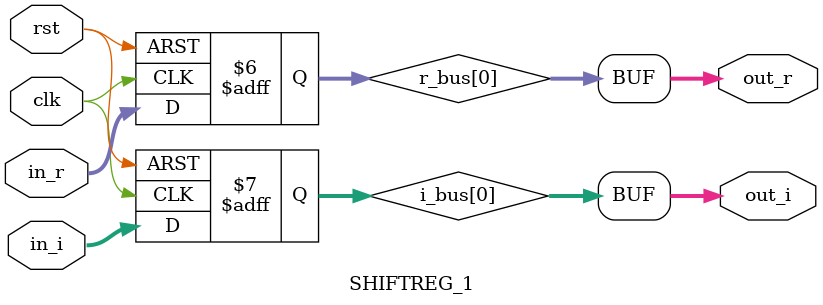
<source format=v>
module SHIFTREG_1(
    input                   clk,
    input                   rst,
    input [17:0]            in_r,
    input [17:0]            in_i,
    output [17:0]           out_r,
    output [17:0]           out_i,
);
    // change LENGTH here to set up the length of this shift register
    //=================================================

                    parameter LENGTH = 1;

    //=================================================
    
    integer i;
    reg [17:0] r_bus [LENGTH-1:0];
    reg [17:0] i_bus [LENGTH-1:0];
    
    assign out_r = r_bus[0];
    assign out_i = i_bus[0];

    always@ (posedge clk or negedge rst) begin
        if(!rst) begin
            for(i = 0; i < LENGTH; i = i+1) begin
                r_bus[i] <= 0;
                i_bus[i] <= 0;
            end
        end
        else begin
            r_bus[LENGTH-1] <= in_r;
            i_bus[LENGTH-1] <= in_i;
            
            for(i = 0; i < (LENGTH-1); i = i+1) begin
                r_bus[i] <= r_bus[i+1];
                i_bus[i] <= i_bus[i+1];
            end
        end
    end

endmodule
</source>
